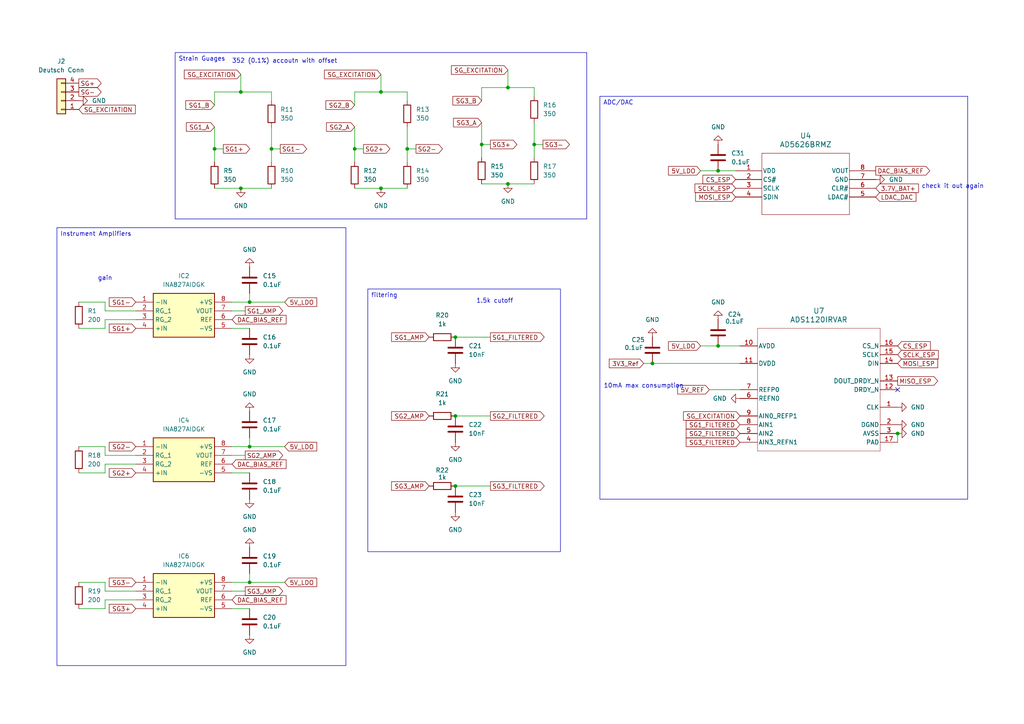
<source format=kicad_sch>
(kicad_sch (version 20250114) (generator "eeschema") (generator_version "9.0")
  (paper "A4")
  (lib_symbols
    (symbol "2025-06-29_04-51-15:ADS1120IRVAR" (pin_names (offset 0.254))
      (property "Reference" "U" (at 0 2.54 0))
      (property "Value" "ADS1120IRVAR" (at 0 0 0))
      (symbol "ADS1120IRVAR_0_1"
        (polyline (pts (xy -17.78 17.78) (xy -17.78 -17.78)) (stroke (width 0.1016)))
        (polyline (pts (xy -17.78 -17.78) (xy 17.78 -17.78)) (stroke (width 0.1016)))
        (polyline (pts (xy 17.78 17.78) (xy -17.78 17.78)) (stroke (width 0.1016)))
        (polyline (pts (xy 17.78 -17.78) (xy 17.78 17.78)) (stroke (width 0.1016)))
        (pin power_in line (at -22.86 12.7 0) (length 5.08) (name "AVDD") (number "10"))
        (pin power_in line (at -22.86 7.62 0) (length 5.08) (name "DVDD") (number "11"))
        (pin input line (at -22.86 0 0) (length 5.08) (name "REFP0") (number "7"))
        (pin input line (at -22.86 -2.54 0) (length 5.08) (name "REFN0") (number "6"))
        (pin input line (at -22.86 -7.62 0) (length 5.08) (name "AIN0_REFP1") (number "9"))
        (pin input line (at -22.86 -10.16 0) (length 5.08) (name "AIN1") (number "8"))
        (pin input line (at -22.86 -12.7 0) (length 5.08) (name "AIN2") (number "5"))
        (pin input line (at -22.86 -15.24 0) (length 5.08) (name "AIN3_REFN1") (number "4"))
        (pin input line (at 22.86 12.7 180) (length 5.08) (name "CS_N") (number "16"))
        (pin input line (at 22.86 10.16 180) (length 5.08) (name "SCLK") (number "15"))
        (pin input line (at 22.86 7.62 180) (length 5.08) (name "DIN") (number "14"))
        (pin output line (at 22.86 2.54 180) (length 5.08) (name "DOUT_DRDY_N") (number "13"))
        (pin output line (at 22.86 0 180) (length 5.08) (name "DRDY_N") (number "12"))
        (pin input line (at 22.86 -5.08 180) (length 5.08) (name "CLK") (number "1"))
        (pin power_in line (at 22.86 -10.16 180) (length 5.08) (name "DGND") (number "2"))
        (pin power_in line (at 22.86 -12.7 180) (length 5.08) (name "AVSS") (number "3"))
        (pin power_in line (at 22.86 -15.24 180) (length 5.08) (name "PAD") (number "17"))
      )
    )
    (symbol "22xt_ICs:INA827AIDGK"
      (property "Reference" "IC" (at 24.13 7.62 0))
      (property "Value" "INA827AIDGK" (at 24.13 5.08 0))
      (symbol "INA827AIDGK_1_1"
        (rectangle (start 5.08 2.54) (end 22.86 -10.16) (stroke (width 0.254)) (fill (type background)))
        (pin passive line (at 0 0 0) (length 5.08) (name "-IN") (number "1"))
        (pin passive line (at 0 -2.54 0) (length 5.08) (name "RG_1") (number "2"))
        (pin passive line (at 0 -5.08 0) (length 5.08) (name "RG_2") (number "3"))
        (pin passive line (at 0 -7.62 0) (length 5.08) (name "+IN") (number "4"))
        (pin passive line (at 27.94 0 180) (length 5.08) (name "+VS") (number "8"))
        (pin passive line (at 27.94 -2.54 180) (length 5.08) (name "VOUT") (number "7"))
        (pin passive line (at 27.94 -5.08 180) (length 5.08) (name "REF") (number "6"))
        (pin passive line (at 27.94 -7.62 180) (length 5.08) (name "-VS") (number "5"))
      )
    )
    (symbol "Connector_Generic:Conn_01x04" (pin_names (offset 1.016) (hide yes))
      (property "Reference" "J" (at 0 5.08 0))
      (property "Value" "Conn_01x04" (at 0 -7.62 0))
      (symbol "Conn_01x04_1_1"
        (rectangle (start -1.27 3.81) (end 1.27 -6.35) (stroke (width 0.254)) (fill (type background)))
        (rectangle (start -1.27 2.667) (end 0 2.413) (stroke (width 0.1524)))
        (rectangle (start -1.27 0.127) (end 0 -0.127) (stroke (width 0.1524)))
        (rectangle (start -1.27 -2.413) (end 0 -2.667) (stroke (width 0.1524)))
        (rectangle (start -1.27 -4.953) (end 0 -5.207) (stroke (width 0.1524)))
        (pin passive line (at -5.08 2.54 0) (length 3.81) (name "Pin_1") (number "1"))
        (pin passive line (at -5.08 0 0) (length 3.81) (name "Pin_2") (number "2"))
        (pin passive line (at -5.08 -2.54 0) (length 3.81) (name "Pin_3") (number "3"))
        (pin passive line (at -5.08 -5.08 0) (length 3.81) (name "Pin_4") (number "4"))
      )
    )
    (symbol "Device:C" (pin_numbers (hide yes)) (pin_names (offset 0.254))
      (property "Reference" "C" (at 0.635 2.54 0))
      (property "Value" "C" (at 0.635 -2.54 0))
      (symbol "C_0_1"
        (polyline (pts (xy -2.032 0.762) (xy 2.032 0.762)) (stroke (width 0.508)))
        (polyline (pts (xy -2.032 -0.762) (xy 2.032 -0.762)) (stroke (width 0.508)))
      )
      (symbol "C_1_1"
        (pin passive line (at 0 3.81 270) (length 2.794) (name "~") (number "1"))
        (pin passive line (at 0 -3.81 90) (length 2.794) (name "~") (number "2"))
      )
    )
    (symbol "Device:R" (pin_numbers (hide yes)) (pin_names (offset 0))
      (property "Reference" "R" (at 2.032 0 90))
      (property "Value" "R" (at 0 0 90))
      (symbol "R_0_1"
        (rectangle (start -1.016 -2.54) (end 1.016 2.54) (stroke (width 0.254)))
      )
      (symbol "R_1_1"
        (pin passive line (at 0 3.81 270) (length 1.27) (name "~") (number "1"))
        (pin passive line (at 0 -3.81 90) (length 1.27) (name "~") (number "2"))
      )
    )
    (symbol "power:GND" (power) (pin_numbers (hide yes)) (pin_names (offset 0) (hide yes))
      (property "Value" "GND" (at 0 -3.81 0))
      (symbol "GND_0_1"
        (polyline (pts (xy 0 0) (xy 0 -1.27) (xy 1.27 -1.27) (xy 0 -2.54) (xy -1.27 -1.27) (xy 0 -1.27)))
      )
      (symbol "GND_1_1"
        (pin power_in line (at 0 0 270) (length 0) (name "~") (number "1"))
      )
    )
    (symbol "wsg sym lib:AD5626BRMZ" (pin_names (offset 0.254))
      (property "Reference" "U" (at 20.32 10.16 0))
      (property "Value" "AD5626BRMZ" (at 20.32 7.62 0))
      (symbol "AD5626BRMZ_0_1"
        (polyline (pts (xy 7.62 5.08) (xy 7.62 -12.7)) (stroke (width 0.127)))
        (polyline (pts (xy 7.62 -12.7) (xy 33.02 -12.7)) (stroke (width 0.127)))
        (polyline (pts (xy 33.02 5.08) (xy 7.62 5.08)) (stroke (width 0.127)))
        (polyline (pts (xy 33.02 -12.7) (xy 33.02 5.08)) (stroke (width 0.127)))
        (pin power_in line (at 0 0 0) (length 7.62) (name "VDD") (number "1"))
        (pin unspecified line (at 0 -2.54 0) (length 7.62) (name "CS#") (number "2"))
        (pin unspecified line (at 0 -5.08 0) (length 7.62) (name "SCLK") (number "3"))
        (pin unspecified line (at 0 -7.62 0) (length 7.62) (name "SDIN") (number "4"))
        (pin unspecified line (at 40.64 0 180) (length 7.62) (name "VOUT") (number "8"))
        (pin unspecified line (at 40.64 -2.54 180) (length 7.62) (name "GND") (number "7"))
        (pin unspecified line (at 40.64 -5.08 180) (length 7.62) (name "CLR#") (number "6"))
        (pin unspecified line (at 40.64 -7.62 180) (length 7.62) (name "LDAC#") (number "5"))
      )
    )
  )
  (text "1.5k cutoff" (at 143.51 87.376 0) (effects (font (size 1.27 1.27))))
  (text "352 (0.1%) accoutn with offset" (at 82.55 17.78 0) (effects (font (size 1.27 1.27))))
  (text "gain" (at 30.48 80.772 0) (effects (font (size 1.27 1.27))))
  (text "10mA max consumption" (at 186.69 112.014 0) (effects (font (size 1.27 1.27))))
  (text "check it out again" (at 276.352 54.102 0) (effects (font (size 1.27 1.27))))
  (text_box "ADC/DAC" (at 173.99 27.94 0) (size 106.68 116.84) (margins 0.9525 0.9525 0.9525 0.9525) (effects (font (size 1.27 1.27)) (justify left top)))
  (text_box "filtering" (at 106.68 83.82 0) (size 55.88 76.2) (margins 0.9525 0.9525 0.9525 0.9525) (effects (font (size 1.27 1.27)) (justify left top)))
  (text_box "Strain Guages" (at 50.8 15.24 0) (size 119.38 48.26) (margins 0.9525 0.9525 0.9525 0.9525) (effects (font (size 1.27 1.27)) (justify left top)))
  (text_box "Instrument Amplifiers" (at 16.51 66.04 0) (size 83.82 127) (margins 0.9525 0.9525 0.9525 0.9525) (effects (font (size 1.27 1.27)) (justify left top)))
  (junction (at 147.32 25.4))
  (junction (at 132.08 140.97))
  (junction (at 132.08 97.79))
  (junction (at 132.08 120.65))
  (junction (at 118.11 43.18))
  (junction (at 110.49 54.61))
  (junction (at 62.23 43.18))
  (junction (at 208.28 49.53))
  (junction (at 78.74 43.18))
  (junction (at 189.23 105.41))
  (junction (at 147.32 53.34))
  (junction (at 110.49 26.67))
  (junction (at 72.39 129.54))
  (junction (at 139.7 41.91))
  (junction (at 69.85 26.67))
  (junction (at 208.28 100.33))
  (junction (at 260.35 125.73))
  (junction (at 102.87 43.18))
  (junction (at 154.94 41.91))
  (junction (at 72.39 168.91))
  (junction (at 72.39 87.63))
  (junction (at 69.85 54.61))
  (no_connect (at 260.35 113.03))
  (wire (pts (xy 154.94 35.56) (xy 154.94 41.91)))
  (wire (pts (xy 67.31 168.91) (xy 72.39 168.91)))
  (wire (pts (xy 62.23 26.67) (xy 69.85 26.67)))
  (wire (pts (xy 132.08 120.65) (xy 142.24 120.65)))
  (wire (pts (xy 139.7 25.4) (xy 147.32 25.4)))
  (wire (pts (xy 67.31 137.16) (xy 72.39 137.16)))
  (wire (pts (xy 78.74 43.18) (xy 78.74 46.99)))
  (wire (pts (xy 110.49 26.67) (xy 118.11 26.67)))
  (wire (pts (xy 72.39 129.54) (xy 82.55 129.54)))
  (wire (pts (xy 39.37 134.62) (xy 30.48 134.62)))
  (wire (pts (xy 67.31 90.17) (xy 71.12 90.17)))
  (wire (pts (xy 139.7 35.56) (xy 139.7 41.91)))
  (wire (pts (xy 30.48 137.16) (xy 22.86 137.16)))
  (wire (pts (xy 62.23 36.83) (xy 62.23 43.18)))
  (wire (pts (xy 72.39 85.09) (xy 72.39 87.63)))
  (wire (pts (xy 102.87 26.67) (xy 110.49 26.67)))
  (wire (pts (xy 139.7 41.91) (xy 142.24 41.91)))
  (wire (pts (xy 30.48 92.71) (xy 30.48 95.25)))
  (wire (pts (xy 30.48 173.99) (xy 30.48 176.53)))
  (wire (pts (xy 147.32 25.4) (xy 154.94 25.4)))
  (wire (pts (xy 102.87 30.48) (xy 102.87 26.67)))
  (wire (pts (xy 67.31 87.63) (xy 72.39 87.63)))
  (wire (pts (xy 72.39 166.37) (xy 72.39 168.91)))
  (wire (pts (xy 186.69 105.41) (xy 189.23 105.41)))
  (wire (pts (xy 30.48 87.63) (xy 22.86 87.63)))
  (wire (pts (xy 205.74 113.03) (xy 214.63 113.03)))
  (wire (pts (xy 67.31 95.25) (xy 72.39 95.25)))
  (wire (pts (xy 147.32 53.34) (xy 154.94 53.34)))
  (wire (pts (xy 69.85 21.59) (xy 69.85 26.67)))
  (wire (pts (xy 62.23 43.18) (xy 62.23 46.99)))
  (wire (pts (xy 260.35 125.73) (xy 260.35 128.27)))
  (wire (pts (xy 62.23 43.18) (xy 64.77 43.18)))
  (wire (pts (xy 39.37 132.08) (xy 30.48 132.08)))
  (wire (pts (xy 118.11 43.18) (xy 120.65 43.18)))
  (wire (pts (xy 72.39 127) (xy 72.39 129.54)))
  (wire (pts (xy 102.87 43.18) (xy 102.87 46.99)))
  (wire (pts (xy 139.7 29.21) (xy 139.7 25.4)))
  (wire (pts (xy 203.2 100.33) (xy 208.28 100.33)))
  (wire (pts (xy 139.7 41.91) (xy 139.7 45.72)))
  (wire (pts (xy 132.08 97.79) (xy 142.24 97.79)))
  (wire (pts (xy 118.11 26.67) (xy 118.11 29.21)))
  (wire (pts (xy 30.48 176.53) (xy 22.86 176.53)))
  (wire (pts (xy 208.28 100.33) (xy 214.63 100.33)))
  (wire (pts (xy 39.37 171.45) (xy 30.48 171.45)))
  (wire (pts (xy 102.87 43.18) (xy 105.41 43.18)))
  (wire (pts (xy 67.31 129.54) (xy 72.39 129.54)))
  (wire (pts (xy 154.94 41.91) (xy 154.94 45.72)))
  (wire (pts (xy 30.48 129.54) (xy 22.86 129.54)))
  (wire (pts (xy 69.85 54.61) (xy 78.74 54.61)))
  (wire (pts (xy 203.2 49.53) (xy 208.28 49.53)))
  (wire (pts (xy 30.48 90.17) (xy 30.48 87.63)))
  (wire (pts (xy 132.08 140.97) (xy 142.24 140.97)))
  (wire (pts (xy 208.28 49.53) (xy 213.36 49.53)))
  (wire (pts (xy 118.11 36.83) (xy 118.11 43.18)))
  (wire (pts (xy 72.39 87.63) (xy 82.55 87.63)))
  (wire (pts (xy 62.23 54.61) (xy 69.85 54.61)))
  (wire (pts (xy 189.23 105.41) (xy 214.63 105.41)))
  (wire (pts (xy 62.23 30.48) (xy 62.23 26.67)))
  (wire (pts (xy 67.31 171.45) (xy 71.12 171.45)))
  (wire (pts (xy 67.31 132.08) (xy 71.12 132.08)))
  (wire (pts (xy 139.7 53.34) (xy 147.32 53.34)))
  (wire (pts (xy 102.87 54.61) (xy 110.49 54.61)))
  (wire (pts (xy 69.85 26.67) (xy 78.74 26.67)))
  (wire (pts (xy 72.39 168.91) (xy 82.55 168.91)))
  (wire (pts (xy 147.32 20.32) (xy 147.32 25.4)))
  (wire (pts (xy 102.87 36.83) (xy 102.87 43.18)))
  (wire (pts (xy 78.74 36.83) (xy 78.74 43.18)))
  (wire (pts (xy 39.37 92.71) (xy 30.48 92.71)))
  (wire (pts (xy 78.74 26.67) (xy 78.74 29.21)))
  (wire (pts (xy 78.74 43.18) (xy 81.28 43.18)))
  (wire (pts (xy 154.94 41.91) (xy 157.48 41.91)))
  (wire (pts (xy 30.48 171.45) (xy 30.48 168.91)))
  (wire (pts (xy 154.94 25.4) (xy 154.94 27.94)))
  (wire (pts (xy 110.49 54.61) (xy 118.11 54.61)))
  (wire (pts (xy 30.48 168.91) (xy 22.86 168.91)))
  (wire (pts (xy 118.11 43.18) (xy 118.11 46.99)))
  (wire (pts (xy 39.37 90.17) (xy 30.48 90.17)))
  (wire (pts (xy 30.48 132.08) (xy 30.48 129.54)))
  (wire (pts (xy 39.37 173.99) (xy 30.48 173.99)))
  (wire (pts (xy 30.48 134.62) (xy 30.48 137.16)))
  (wire (pts (xy 30.48 95.25) (xy 22.86 95.25)))
  (wire (pts (xy 67.31 176.53) (xy 72.39 176.53)))
  (wire (pts (xy 110.49 21.59) (xy 110.49 26.67)))
  (global_label "SG+" (shape output) (at 22.86 24.13 0) (property "Intersheetrefs" "${INTERSHEET_REFS}" (effects (hide yes))))
  (global_label "SG1-" (shape input) (at 39.37 87.63 180) (property "Intersheetrefs" "${INTERSHEET_REFS}" (effects (hide yes))))
  (global_label "SG1-" (shape output) (at 81.28 43.18 0) (property "Intersheetrefs" "${INTERSHEET_REFS}" (effects (hide yes))))
  (global_label "SCLK_ESP" (shape input) (at 213.36 54.61 180) (property "Intersheetrefs" "${INTERSHEET_REFS}" (effects (hide yes))))
  (global_label "SG3-" (shape input) (at 39.37 168.91 180) (property "Intersheetrefs" "${INTERSHEET_REFS}" (effects (hide yes))))
  (global_label "SG1+" (shape input) (at 39.37 95.25 180) (property "Intersheetrefs" "${INTERSHEET_REFS}" (effects (hide yes))))
  (global_label "MISO_ESP" (shape output) (at 260.35 110.49 0) (property "Intersheetrefs" "${INTERSHEET_REFS}" (effects (hide yes))))
  (global_label "5V_LDO" (shape input) (at 203.2 49.53 180) (property "Intersheetrefs" "${INTERSHEET_REFS}" (effects (hide yes))))
  (global_label "SG_EXCITATION" (shape input) (at 22.86 31.75 0) (property "Intersheetrefs" "${INTERSHEET_REFS}" (effects (hide yes))))
  (global_label "5V_REF" (shape input) (at 205.74 113.03 180) (property "Intersheetrefs" "${INTERSHEET_REFS}" (effects (hide yes))))
  (global_label "SG2_FILTERED" (shape input) (at 214.63 125.73 180) (property "Intersheetrefs" "${INTERSHEET_REFS}" (effects (hide yes))))
  (global_label "SG_EXCITATION" (shape input) (at 69.85 21.59 180) (property "Intersheetrefs" "${INTERSHEET_REFS}" (effects (hide yes))))
  (global_label "5V_LDO" (shape input) (at 82.55 129.54 0) (property "Intersheetrefs" "${INTERSHEET_REFS}" (effects (hide yes))))
  (global_label "LDAC_DAC" (shape input) (at 254 57.15 0) (property "Intersheetrefs" "${INTERSHEET_REFS}" (effects (hide yes))))
  (global_label "DAC_BIAS_REF" (shape input) (at 67.31 134.62 0) (property "Intersheetrefs" "${INTERSHEET_REFS}" (effects (hide yes))))
  (global_label "SG3_AMP" (shape input) (at 124.46 140.97 180) (property "Intersheetrefs" "${INTERSHEET_REFS}" (effects (hide yes))))
  (global_label "SG2-" (shape output) (at 120.65 43.18 0) (property "Intersheetrefs" "${INTERSHEET_REFS}" (effects (hide yes))))
  (global_label "SG2-" (shape input) (at 39.37 129.54 180) (property "Intersheetrefs" "${INTERSHEET_REFS}" (effects (hide yes))))
  (global_label "CS_ESP" (shape input) (at 260.35 100.33 0) (property "Intersheetrefs" "${INTERSHEET_REFS}" (effects (hide yes))))
  (global_label "SG1_AMP" (shape output) (at 71.12 90.17 0) (property "Intersheetrefs" "${INTERSHEET_REFS}" (effects (hide yes))))
  (global_label "SG1_FILTERED" (shape output) (at 142.24 97.79 0) (property "Intersheetrefs" "${INTERSHEET_REFS}" (effects (hide yes))))
  (global_label "SG1_B" (shape input) (at 62.23 30.48 180) (property "Intersheetrefs" "${INTERSHEET_REFS}" (effects (hide yes))))
  (global_label "DAC_BIAS_REF" (shape input) (at 67.31 173.99 0) (property "Intersheetrefs" "${INTERSHEET_REFS}" (effects (hide yes))))
  (global_label "SG1_AMP" (shape input) (at 124.46 97.79 180) (property "Intersheetrefs" "${INTERSHEET_REFS}" (effects (hide yes))))
  (global_label "SG3+" (shape input) (at 39.37 176.53 180) (property "Intersheetrefs" "${INTERSHEET_REFS}" (effects (hide yes))))
  (global_label "3.7V_BAT+" (shape input) (at 254 54.61 0) (property "Intersheetrefs" "${INTERSHEET_REFS}" (effects (hide yes))))
  (global_label "DAC_BIAS_REF" (shape input) (at 67.31 92.71 0) (property "Intersheetrefs" "${INTERSHEET_REFS}" (effects (hide yes))))
  (global_label "5V_LDO" (shape input) (at 203.2 100.33 180) (property "Intersheetrefs" "${INTERSHEET_REFS}" (effects (hide yes))))
  (global_label "SG2_AMP" (shape input) (at 124.46 120.65 180) (property "Intersheetrefs" "${INTERSHEET_REFS}" (effects (hide yes))))
  (global_label "SG1_FILTERED" (shape input) (at 214.63 123.19 180) (property "Intersheetrefs" "${INTERSHEET_REFS}" (effects (hide yes))))
  (global_label "SG3_FILTERED" (shape input) (at 214.63 128.27 180) (property "Intersheetrefs" "${INTERSHEET_REFS}" (effects (hide yes))))
  (global_label "SG_EXCITATION" (shape input) (at 110.49 21.59 180) (property "Intersheetrefs" "${INTERSHEET_REFS}" (effects (hide yes))))
  (global_label "5V_LDO" (shape input) (at 82.55 168.91 0) (property "Intersheetrefs" "${INTERSHEET_REFS}" (effects (hide yes))))
  (global_label "SG2_A" (shape input) (at 102.87 36.83 180) (property "Intersheetrefs" "${INTERSHEET_REFS}" (effects (hide yes))))
  (global_label "SG3_B" (shape input) (at 139.7 29.21 180) (property "Intersheetrefs" "${INTERSHEET_REFS}" (effects (hide yes))))
  (global_label "SG-" (shape output) (at 22.86 26.67 0) (property "Intersheetrefs" "${INTERSHEET_REFS}" (effects (hide yes))))
  (global_label "3V3_Ref" (shape input) (at 186.69 105.41 180) (property "Intersheetrefs" "${INTERSHEET_REFS}" (effects (hide yes))))
  (global_label "SG1_A" (shape input) (at 62.23 36.83 180) (property "Intersheetrefs" "${INTERSHEET_REFS}" (effects (hide yes))))
  (global_label "SG3+" (shape output) (at 142.24 41.91 0) (property "Intersheetrefs" "${INTERSHEET_REFS}" (effects (hide yes))))
  (global_label "SG1+" (shape output) (at 64.77 43.18 0) (property "Intersheetrefs" "${INTERSHEET_REFS}" (effects (hide yes))))
  (global_label "SG2+" (shape output) (at 105.41 43.18 0) (property "Intersheetrefs" "${INTERSHEET_REFS}" (effects (hide yes))))
  (global_label "SCLK_ESP" (shape input) (at 260.35 102.87 0) (property "Intersheetrefs" "${INTERSHEET_REFS}" (effects (hide yes))))
  (global_label "SG3-" (shape output) (at 157.48 41.91 0) (property "Intersheetrefs" "${INTERSHEET_REFS}" (effects (hide yes))))
  (global_label "CS_ESP" (shape input) (at 213.36 52.07 180) (property "Intersheetrefs" "${INTERSHEET_REFS}" (effects (hide yes))))
  (global_label "5V_LDO" (shape input) (at 82.55 87.63 0) (property "Intersheetrefs" "${INTERSHEET_REFS}" (effects (hide yes))))
  (global_label "MOSI_ESP" (shape input) (at 260.35 105.41 0) (property "Intersheetrefs" "${INTERSHEET_REFS}" (effects (hide yes))))
  (global_label "SG3_AMP" (shape output) (at 71.12 171.45 0) (property "Intersheetrefs" "${INTERSHEET_REFS}" (effects (hide yes))))
  (global_label "SG3_A" (shape input) (at 139.7 35.56 180) (property "Intersheetrefs" "${INTERSHEET_REFS}" (effects (hide yes))))
  (global_label "DAC_BIAS_REF" (shape output) (at 254 49.53 0) (property "Intersheetrefs" "${INTERSHEET_REFS}" (effects (hide yes))))
  (global_label "SG2_FILTERED" (shape output) (at 142.24 120.65 0) (property "Intersheetrefs" "${INTERSHEET_REFS}" (effects (hide yes))))
  (global_label "SG_EXCITATION" (shape input) (at 214.63 120.65 180) (property "Intersheetrefs" "${INTERSHEET_REFS}" (effects (hide yes))))
  (global_label "SG2+" (shape input) (at 39.37 137.16 180) (property "Intersheetrefs" "${INTERSHEET_REFS}" (effects (hide yes))))
  (global_label "SG2_B" (shape input) (at 102.87 30.48 180) (property "Intersheetrefs" "${INTERSHEET_REFS}" (effects (hide yes))))
  (global_label "SG_EXCITATION" (shape input) (at 147.32 20.32 180) (property "Intersheetrefs" "${INTERSHEET_REFS}" (effects (hide yes))))
  (global_label "SG2_AMP" (shape output) (at 71.12 132.08 0) (property "Intersheetrefs" "${INTERSHEET_REFS}" (effects (hide yes))))
  (global_label "SG3_FILTERED" (shape output) (at 142.24 140.97 0) (property "Intersheetrefs" "${INTERSHEET_REFS}" (effects (hide yes))))
  (global_label "MOSI_ESP" (shape input) (at 213.36 57.15 180) (property "Intersheetrefs" "${INTERSHEET_REFS}" (effects (hide yes))))
  (symbol (lib_id "power:GND") (at 110.49 54.61 0) (unit 1)
    (property "Reference" "#PWR033" (effects (hide yes)))
    (property "Value" "GND" (at 110.49 59.69 0))
    (property "Description" "Power symbol creates a global label with name \"GND\" , ground" (effects (hide yes)))
  )
  (symbol (lib_id "power:GND") (at 208.28 41.91 180) (unit 1)
    (property "Reference" "#PWR025" (effects (hide yes)))
    (property "Value" "GND" (at 208.28 36.83 0))
    (property "Description" "Power symbol creates a global label with name \"GND\" , ground" (effects (hide yes)))
  )
  (symbol (lib_id "power:GND") (at 189.23 97.79 180) (unit 1)
    (property "Reference" "#PWR043" (effects (hide yes)))
    (property "Value" "GND" (at 189.23 92.71 0))
    (property "Description" "Power symbol creates a global label with name \"GND\" , ground" (effects (hide yes)))
  )
  (symbol (lib_id "Device:C") (at 132.08 144.78 0) (unit 1)
    (property "Reference" "C23" (at 135.89 143.5099 0) (effects (justify left)))
    (property "Value" "10nF" (at 135.89 146.0499 0) (effects (justify left)))
    (property "Footprint" "Capacitor_SMD:C_0402_1005Metric" (effects (hide yes)))
    (property "Description" "Unpolarized capacitor" (effects (hide yes)))
  )
  (symbol (lib_id "Device:C") (at 72.39 81.28 0) (unit 1)
    (property "Reference" "C15" (at 76.2 80.0099 0) (effects (justify left)))
    (property "Value" "0.1uF" (at 76.2 82.5499 0) (effects (justify left)))
    (property "Footprint" "Capacitor_SMD:C_0402_1005Metric" (effects (hide yes)))
    (property "Description" "Unpolarized capacitor" (effects (hide yes)))
  )
  (symbol (lib_id "power:GND") (at 22.86 29.21 90) (unit 1)
    (property "Reference" "#PWR029" (effects (hide yes)))
    (property "Value" "GND" (at 26.67 29.2099 90) (effects (justify right)))
    (property "Description" "Power symbol creates a global label with name \"GND\" , ground" (effects (hide yes)))
  )
  (symbol (lib_id "Device:C") (at 72.39 140.97 0) (unit 1)
    (property "Reference" "C18" (at 76.2 139.6999 0) (effects (justify left)))
    (property "Value" "0.1uF" (at 76.2 142.2399 0) (effects (justify left)))
    (property "Footprint" "Capacitor_SMD:C_0402_1005Metric" (effects (hide yes)))
    (property "Description" "Unpolarized capacitor" (effects (hide yes)))
  )
  (symbol (lib_id "power:GND") (at 72.39 184.15 0) (unit 1)
    (property "Reference" "#PWR038" (effects (hide yes)))
    (property "Value" "GND" (at 72.39 189.23 0))
    (property "Description" "Power symbol creates a global label with name \"GND\" , ground" (effects (hide yes)))
  )
  (symbol (lib_id "Device:R") (at 128.27 97.79 90) (unit 1)
    (property "Reference" "R20" (at 128.27 91.44 90))
    (property "Value" "1k" (at 128.27 93.98 90))
    (property "Footprint" "Resistor_SMD:R_0402_1005Metric" (effects (hide yes)))
    (property "Description" "Resistor" (effects (hide yes)))
  )
  (symbol (lib_id "power:GND") (at 72.39 102.87 0) (unit 1)
    (property "Reference" "#PWR031" (effects (hide yes)))
    (property "Value" "GND" (at 72.39 107.95 0))
    (property "Description" "Power symbol creates a global label with name \"GND\" , ground" (effects (hide yes)))
  )
  (symbol (lib_id "Device:R") (at 22.86 172.72 0) (unit 1)
    (property "Reference" "R19" (at 25.4 171.4499 0) (effects (justify left)))
    (property "Value" "200" (at 25.4 173.9899 0) (effects (justify left)))
    (property "Footprint" "Resistor_SMD:R_0402_1005Metric" (effects (hide yes)))
    (property "Description" "Resistor" (effects (hide yes)))
  )
  (symbol (lib_id "power:GND") (at 208.28 92.71 180) (unit 1)
    (property "Reference" "#PWR042" (effects (hide yes)))
    (property "Value" "GND" (at 208.28 87.63 0))
    (property "Description" "Power symbol creates a global label with name \"GND\" , ground" (effects (hide yes)))
  )
  (symbol (lib_id "power:GND") (at 260.35 123.19 90) (unit 1)
    (property "Reference" "#PWR045" (effects (hide yes)))
    (property "Value" "GND" (at 264.16 123.1899 90) (effects (justify right)))
    (property "Description" "Power symbol creates a global label with name \"GND\" , ground" (effects (hide yes)))
  )
  (symbol (lib_id "power:GND") (at 254 52.07 90) (unit 1)
    (property "Reference" "#PWR026" (effects (hide yes)))
    (property "Value" "GND" (at 257.81 52.0699 90) (effects (justify right)))
    (property "Description" "Power symbol creates a global label with name \"GND\" , ground" (effects (hide yes)))
  )
  (symbol (lib_id "22xt_ICs:INA827AIDGK") (at 39.37 168.91 0) (unit 1)
    (property "Reference" "IC6" (at 53.34 161.29 0))
    (property "Value" "INA827AIDGK" (at 53.34 163.83 0))
    (property "Footprint" "wsg_fp:INA827AIDGK" (effects (hide yes)))
    (property "Datasheet" "http://www.ti.com/lit/ds/symlink/ina827.pdf" (effects (hide yes)))
    (property "Description" "Texas Instruments INA827AIDGK Instrumentation Amplifier, 150uV Offset 600kHz GBW, CMMR 88dB, 2.7  36 V, 8-Pin" (effects (hide yes)))
    (property "Height" "1.1" (effects (hide yes)))
    (property "Mouser Part Number" "595-INA827AIDGK" (effects (hide yes)))
    (property "Mouser Price/Stock" "https://www.mouser.co.uk/ProductDetail/Texas-Instruments/INA827AIDGK?qs=4whTb%2F0XQMjCMY8OfLWUhA%3D%3D" (effects (hide yes)))
    (property "Manufacturer_Name" "Texas Instruments" (effects (hide yes)))
    (property "Manufacturer_Part_Number" "INA827AIDGK" (effects (hide yes)))
  )
  (symbol (lib_id "power:GND") (at 69.85 54.61 0) (unit 1)
    (property "Reference" "#PWR032" (effects (hide yes)))
    (property "Value" "GND" (at 69.85 59.69 0))
    (property "Description" "Power symbol creates a global label with name \"GND\" , ground" (effects (hide yes)))
  )
  (symbol (lib_id "power:GND") (at 147.32 53.34 0) (unit 1)
    (property "Reference" "#PWR034" (effects (hide yes)))
    (property "Value" "GND" (at 147.32 58.42 0))
    (property "Description" "Power symbol creates a global label with name \"GND\" , ground" (effects (hide yes)))
  )
  (symbol (lib_id "Device:R") (at 118.11 50.8 0) (unit 1)
    (property "Reference" "R14" (at 120.65 49.5299 0) (effects (justify left)))
    (property "Value" "350" (at 120.65 52.0699 0) (effects (justify left)))
    (property "Footprint" "Resistor_SMD:R_0402_1005Metric" (effects (hide yes)))
    (property "Description" "Resistor" (effects (hide yes)))
  )
  (symbol (lib_id "Device:C") (at 72.39 180.34 0) (unit 1)
    (property "Reference" "C20" (at 76.2 179.0699 0) (effects (justify left)))
    (property "Value" "0.1uF" (at 76.2 181.6099 0) (effects (justify left)))
    (property "Footprint" "Capacitor_SMD:C_0402_1005Metric" (effects (hide yes)))
    (property "Description" "Unpolarized capacitor" (effects (hide yes)))
  )
  (symbol (lib_id "power:GND") (at 72.39 158.75 180) (unit 1)
    (property "Reference" "#PWR037" (effects (hide yes)))
    (property "Value" "GND" (at 72.39 153.67 0))
    (property "Description" "Power symbol creates a global label with name \"GND\" , ground" (effects (hide yes)))
  )
  (symbol (lib_id "power:GND") (at 132.08 148.59 0) (unit 1)
    (property "Reference" "#PWR041" (effects (hide yes)))
    (property "Value" "GND" (at 132.08 153.67 0))
    (property "Description" "Power symbol creates a global label with name \"GND\" , ground" (effects (hide yes)))
  )
  (symbol (lib_id "power:GND") (at 132.08 105.41 0) (unit 1)
    (property "Reference" "#PWR039" (effects (hide yes)))
    (property "Value" "GND" (at 132.08 110.49 0))
    (property "Description" "Power symbol creates a global label with name \"GND\" , ground" (effects (hide yes)))
  )
  (symbol (lib_id "Connector_Generic:Conn_01x04") (at 17.78 29.21 180) (unit 1)
    (property "Reference" "J2" (at 17.78 17.78 0))
    (property "Value" "Deutsch Conn" (at 17.78 20.32 0))
    (property "Description" "Generic connector, single row, 01x04, script generated (kicad-library-utils/schlib/autogen/connector/)" (effects (hide yes)))
  )
  (symbol (lib_id "Device:R") (at 78.74 50.8 0) (unit 1)
    (property "Reference" "R10" (at 81.28 49.5299 0) (effects (justify left)))
    (property "Value" "350" (at 81.28 52.0699 0) (effects (justify left)))
    (property "Footprint" "Resistor_SMD:R_0402_1005Metric" (effects (hide yes)))
    (property "Description" "Resistor" (effects (hide yes)))
  )
  (symbol (lib_id "power:GND") (at 260.35 118.11 90) (unit 1)
    (property "Reference" "#PWR047" (effects (hide yes)))
    (property "Value" "GND" (at 264.16 118.1099 90) (effects (justify right)))
    (property "Description" "Power symbol creates a global label with name \"GND\" , ground" (effects (hide yes)))
  )
  (symbol (lib_id "Device:R") (at 22.86 133.35 0) (unit 1)
    (property "Reference" "R18" (at 25.4 132.0799 0) (effects (justify left)))
    (property "Value" "200" (at 25.4 134.6199 0) (effects (justify left)))
    (property "Footprint" "Resistor_SMD:R_0402_1005Metric" (effects (hide yes)))
    (property "Description" "Resistor" (effects (hide yes)))
  )
  (symbol (lib_id "Device:C") (at 189.23 101.6 0) (unit 1)
    (property "Reference" "C25" (at 183.134 98.552 0) (effects (justify left)))
    (property "Value" "0.1uF" (at 181.102 100.838 0) (effects (justify left)))
    (property "Footprint" "Capacitor_SMD:C_0402_1005Metric" (effects (hide yes)))
    (property "Description" "Unpolarized capacitor" (effects (hide yes)))
  )
  (symbol (lib_id "Device:R") (at 128.27 140.97 90) (unit 1)
    (property "Reference" "R22" (at 128.27 136.398 90))
    (property "Value" "1k" (at 128.27 138.43 90))
    (property "Footprint" "Resistor_SMD:R_0402_1005Metric" (effects (hide yes)))
    (property "Description" "Resistor" (effects (hide yes)))
  )
  (symbol (lib_id "power:GND") (at 72.39 77.47 180) (unit 1)
    (property "Reference" "#PWR030" (effects (hide yes)))
    (property "Value" "GND" (at 72.39 72.39 0))
    (property "Description" "Power symbol creates a global label with name \"GND\" , ground" (effects (hide yes)))
  )
  (symbol (lib_id "power:GND") (at 260.35 125.73 90) (unit 1)
    (property "Reference" "#PWR044" (effects (hide yes)))
    (property "Value" "GND" (at 264.16 125.7299 90) (effects (justify right)))
    (property "Description" "Power symbol creates a global label with name \"GND\" , ground" (effects (hide yes)))
  )
  (symbol (lib_id "Device:C") (at 72.39 99.06 0) (unit 1)
    (property "Reference" "C16" (at 76.2 97.7899 0) (effects (justify left)))
    (property "Value" "0.1uF" (at 76.2 100.3299 0) (effects (justify left)))
    (property "Footprint" "Capacitor_SMD:C_0402_1005Metric" (effects (hide yes)))
    (property "Description" "Unpolarized capacitor" (effects (hide yes)))
  )
  (symbol (lib_id "Device:R") (at 154.94 31.75 0) (unit 1)
    (property "Reference" "R16" (at 157.48 30.4799 0) (effects (justify left)))
    (property "Value" "350" (at 157.48 33.0199 0) (effects (justify left)))
    (property "Footprint" "Resistor_SMD:R_0402_1005Metric" (effects (hide yes)))
    (property "Description" "Resistor" (effects (hide yes)))
  )
  (symbol (lib_id "Device:C") (at 72.39 162.56 0) (unit 1)
    (property "Reference" "C19" (at 76.2 161.2899 0) (effects (justify left)))
    (property "Value" "0.1uF" (at 76.2 163.8299 0) (effects (justify left)))
    (property "Footprint" "Capacitor_SMD:C_0402_1005Metric" (effects (hide yes)))
    (property "Description" "Unpolarized capacitor" (effects (hide yes)))
  )
  (symbol (lib_id "22xt_ICs:INA827AIDGK") (at 39.37 87.63 0) (unit 1)
    (property "Reference" "IC2" (at 53.34 80.01 0))
    (property "Value" "INA827AIDGK" (at 53.34 82.55 0))
    (property "Footprint" "wsg_fp:INA827AIDGK" (effects (hide yes)))
    (property "Datasheet" "http://www.ti.com/lit/ds/symlink/ina827.pdf" (effects (hide yes)))
    (property "Description" "Texas Instruments INA827AIDGK Instrumentation Amplifier, 150uV Offset 600kHz GBW, CMMR 88dB, 2.7  36 V, 8-Pin" (effects (hide yes)))
    (property "Height" "1.1" (effects (hide yes)))
    (property "Mouser Part Number" "595-INA827AIDGK" (effects (hide yes)))
    (property "Mouser Price/Stock" "https://www.mouser.co.uk/ProductDetail/Texas-Instruments/INA827AIDGK?qs=4whTb%2F0XQMjCMY8OfLWUhA%3D%3D" (effects (hide yes)))
    (property "Manufacturer_Name" "Texas Instruments" (effects (hide yes)))
    (property "Manufacturer_Part_Number" "INA827AIDGK" (effects (hide yes)))
  )
  (symbol (lib_id "Device:C") (at 132.08 124.46 0) (unit 1)
    (property "Reference" "C22" (at 135.89 123.1899 0) (effects (justify left)))
    (property "Value" "10nF" (at 135.89 125.7299 0) (effects (justify left)))
    (property "Footprint" "Capacitor_SMD:C_0402_1005Metric" (effects (hide yes)))
    (property "Description" "Unpolarized capacitor" (effects (hide yes)))
  )
  (symbol (lib_id "Device:R") (at 128.27 120.65 90) (unit 1)
    (property "Reference" "R21" (at 128.27 114.3 90))
    (property "Value" "1k" (at 128.27 116.84 90))
    (property "Footprint" "Resistor_SMD:R_0402_1005Metric" (effects (hide yes)))
    (property "Description" "Resistor" (effects (hide yes)))
  )
  (symbol (lib_id "power:GND") (at 72.39 144.78 0) (unit 1)
    (property "Reference" "#PWR036" (effects (hide yes)))
    (property "Value" "GND" (at 72.39 149.86 0))
    (property "Description" "Power symbol creates a global label with name \"GND\" , ground" (effects (hide yes)))
  )
  (symbol (lib_id "Device:R") (at 62.23 50.8 0) (unit 1)
    (property "Reference" "R5" (at 64.77 49.5299 0) (effects (justify left)))
    (property "Value" "350" (at 64.77 52.0699 0) (effects (justify left)))
    (property "Footprint" "Resistor_SMD:R_0402_1005Metric" (effects (hide yes)))
    (property "Description" "Resistor" (effects (hide yes)))
  )
  (symbol (lib_id "Device:C") (at 132.08 101.6 0) (unit 1)
    (property "Reference" "C21" (at 135.89 100.3299 0) (effects (justify left)))
    (property "Value" "10nF" (at 135.89 102.8699 0) (effects (justify left)))
    (property "Footprint" "Capacitor_SMD:C_0402_1005Metric" (effects (hide yes)))
    (property "Description" "Unpolarized capacitor" (effects (hide yes)))
  )
  (symbol (lib_id "Device:R") (at 102.87 50.8 0) (unit 1)
    (property "Reference" "R12" (at 105.41 49.5299 0) (effects (justify left)))
    (property "Value" "350" (at 105.41 52.0699 0) (effects (justify left)))
    (property "Footprint" "Resistor_SMD:R_0402_1005Metric" (effects (hide yes)))
    (property "Description" "Resistor" (effects (hide yes)))
  )
  (symbol (lib_id "Device:C") (at 208.28 96.52 0) (unit 1)
    (property "Reference" "C24" (at 211.074 91.186 0) (effects (justify left)))
    (property "Value" "0.1uF" (at 210.312 93.218 0) (effects (justify left)))
    (property "Footprint" "Capacitor_SMD:C_0402_1005Metric" (effects (hide yes)))
    (property "Description" "Unpolarized capacitor" (effects (hide yes)))
  )
  (symbol (lib_id "22xt_ICs:INA827AIDGK") (at 39.37 129.54 0) (unit 1)
    (property "Reference" "IC4" (at 53.34 121.92 0))
    (property "Value" "INA827AIDGK" (at 53.34 124.46 0))
    (property "Footprint" "wsg_fp:INA827AIDGK" (effects (hide yes)))
    (property "Datasheet" "http://www.ti.com/lit/ds/symlink/ina827.pdf" (effects (hide yes)))
    (property "Description" "Texas Instruments INA827AIDGK Instrumentation Amplifier, 150uV Offset 600kHz GBW, CMMR 88dB, 2.7  36 V, 8-Pin" (effects (hide yes)))
    (property "Height" "1.1" (effects (hide yes)))
    (property "Mouser Part Number" "595-INA827AIDGK" (effects (hide yes)))
    (property "Mouser Price/Stock" "https://www.mouser.co.uk/ProductDetail/Texas-Instruments/INA827AIDGK?qs=4whTb%2F0XQMjCMY8OfLWUhA%3D%3D" (effects (hide yes)))
    (property "Manufacturer_Name" "Texas Instruments" (effects (hide yes)))
    (property "Manufacturer_Part_Number" "INA827AIDGK" (effects (hide yes)))
  )
  (symbol (lib_id "Device:R") (at 118.11 33.02 0) (unit 1)
    (property "Reference" "R13" (at 120.65 31.7499 0) (effects (justify left)))
    (property "Value" "350" (at 120.65 34.2899 0) (effects (justify left)))
    (property "Footprint" "Resistor_SMD:R_0402_1005Metric" (effects (hide yes)))
    (property "Description" "Resistor" (effects (hide yes)))
  )
  (symbol (lib_id "2025-06-29_04-51-15:ADS1120IRVAR") (at 237.49 113.03 0) (unit 1)
    (property "Reference" "U7" (at 237.49 90.17 0) (effects (font (size 1.524 1.524))))
    (property "Value" "ADS1120IRVAR" (at 237.49 92.71 0) (effects (font (size 1.524 1.524))))
    (property "Footprint" "wsg_fp:ADS1120IRVAR" (effects (hide yes)))
    (property "Datasheet" "ADS1120IRVAR" (effects (hide yes)))
  )
  (symbol (lib_id "Device:R") (at 154.94 49.53 0) (unit 1)
    (property "Reference" "R17" (at 157.48 48.2599 0) (effects (justify left)))
    (property "Value" "350" (at 157.48 50.7999 0) (effects (justify left)))
    (property "Footprint" "Resistor_SMD:R_0402_1005Metric" (effects (hide yes)))
    (property "Description" "Resistor" (effects (hide yes)))
  )
  (symbol (lib_id "power:GND") (at 132.08 128.27 0) (unit 1)
    (property "Reference" "#PWR040" (effects (hide yes)))
    (property "Value" "GND" (at 132.08 133.35 0))
    (property "Description" "Power symbol creates a global label with name \"GND\" , ground" (effects (hide yes)))
  )
  (symbol (lib_id "Device:C") (at 72.39 123.19 0) (unit 1)
    (property "Reference" "C17" (at 76.2 121.9199 0) (effects (justify left)))
    (property "Value" "0.1uF" (at 76.2 124.4599 0) (effects (justify left)))
    (property "Footprint" "Capacitor_SMD:C_0402_1005Metric" (effects (hide yes)))
    (property "Description" "Unpolarized capacitor" (effects (hide yes)))
  )
  (symbol (lib_id "power:GND") (at 72.39 119.38 180) (unit 1)
    (property "Reference" "#PWR035" (effects (hide yes)))
    (property "Value" "GND" (at 72.39 114.3 0))
    (property "Description" "Power symbol creates a global label with name \"GND\" , ground" (effects (hide yes)))
  )
  (symbol (lib_id "wsg sym lib:AD5626BRMZ") (at 213.36 49.53 0) (unit 1)
    (property "Reference" "U4" (at 233.68 39.37 0) (effects (font (size 1.524 1.524))))
    (property "Value" "AD5626BRMZ" (at 233.68 41.91 0) (effects (font (size 1.524 1.524))))
    (property "Footprint" "wsg_fp:SOP65P490X110-8N" (effects (hide yes)))
    (property "Datasheet" "AD5626BRMZ" (effects (hide yes)))
  )
  (symbol (lib_id "Device:R") (at 139.7 49.53 0) (unit 1)
    (property "Reference" "R15" (at 142.24 48.2599 0) (effects (justify left)))
    (property "Value" "350" (at 142.24 50.7999 0) (effects (justify left)))
    (property "Footprint" "Resistor_SMD:R_0402_1005Metric" (effects (hide yes)))
    (property "Description" "Resistor" (effects (hide yes)))
  )
  (symbol (lib_id "Device:R") (at 78.74 33.02 0) (unit 1)
    (property "Reference" "R11" (at 81.28 31.7499 0) (effects (justify left)))
    (property "Value" "350" (at 81.28 34.2899 0) (effects (justify left)))
    (property "Footprint" "Resistor_SMD:R_0402_1005Metric" (effects (hide yes)))
    (property "Description" "Resistor" (effects (hide yes)))
  )
  (symbol (lib_id "power:GND") (at 214.63 115.57 270) (unit 1)
    (property "Reference" "#PWR046" (effects (hide yes)))
    (property "Value" "GND" (at 210.82 115.5699 90) (effects (justify right)))
    (property "Description" "Power symbol creates a global label with name \"GND\" , ground" (effects (hide yes)))
  )
  (symbol (lib_id "Device:R") (at 22.86 91.44 0) (unit 1)
    (property "Reference" "R1" (at 25.4 90.1699 0) (effects (justify left)))
    (property "Value" "200" (at 25.4 92.7099 0) (effects (justify left)))
    (property "Footprint" "Resistor_SMD:R_0402_1005Metric" (effects (hide yes)))
    (property "Description" "Resistor" (effects (hide yes)))
  )
  (symbol (lib_id "Device:C") (at 208.28 45.72 0) (unit 1)
    (property "Reference" "C31" (at 212.09 44.4499 0) (effects (justify left)))
    (property "Value" "0.1uF" (at 212.09 46.9899 0) (effects (justify left)))
    (property "Footprint" "Capacitor_SMD:C_0402_1005Metric" (effects (hide yes)))
    (property "Description" "Unpolarized capacitor" (effects (hide yes)))
  )
)
</source>
